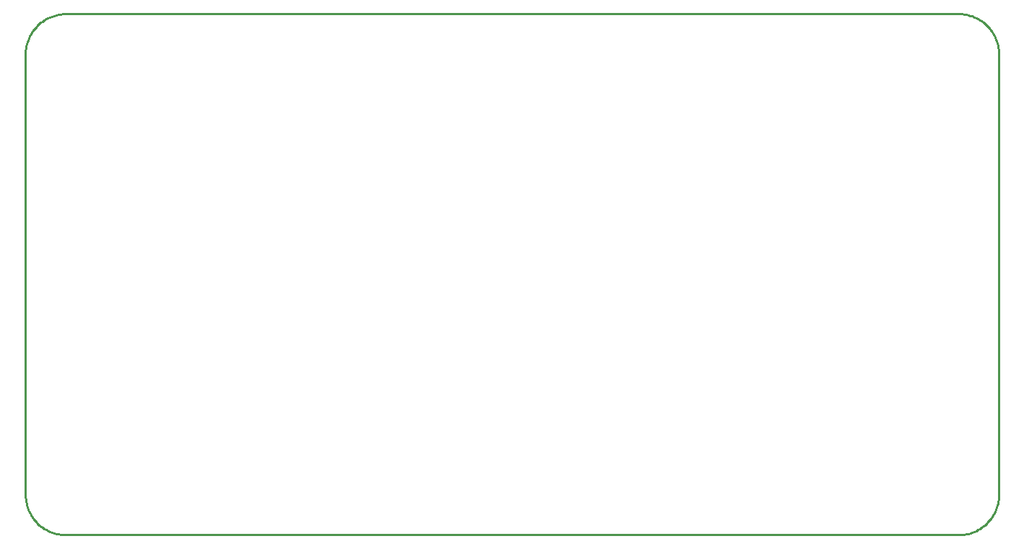
<source format=gm1>
G04*
G04 #@! TF.GenerationSoftware,Altium Limited,Altium Designer,21.1.1 (26)*
G04*
G04 Layer_Color=16711935*
%FSLAX25Y25*%
%MOIN*%
G70*
G04*
G04 #@! TF.SameCoordinates,E57EF3AD-EC9D-4E23-9065-B2E2A4799F1B*
G04*
G04*
G04 #@! TF.FilePolarity,Positive*
G04*
G01*
G75*
%ADD18C,0.01000*%
D18*
X551027Y443500D02*
X551001Y444486D01*
X550922Y445470D01*
X550791Y446448D01*
X550608Y447417D01*
X550374Y448376D01*
X550089Y449320D01*
X549754Y450248D01*
X549370Y451157D01*
X548939Y452045D01*
X548461Y452908D01*
X547937Y453744D01*
X547370Y454551D01*
X546761Y455327D01*
X546111Y456070D01*
X545422Y456776D01*
X544697Y457445D01*
X543938Y458075D01*
X543146Y458663D01*
X542323Y459208D01*
X541473Y459709D01*
X540597Y460164D01*
X539699Y460571D01*
X538780Y460930D01*
X537843Y461240D01*
X536891Y461499D01*
X535927Y461707D01*
X534952Y461864D01*
X533971Y461969D01*
X532986Y462021D01*
X531999Y462020D01*
X120617Y462017D02*
X119609Y462023D01*
X118602Y461974D01*
X117599Y461871D01*
X116604Y461713D01*
X115618Y461501D01*
X114645Y461236D01*
X113688Y460919D01*
X112750Y460550D01*
X111833Y460130D01*
X110941Y459661D01*
X110075Y459144D01*
X109239Y458581D01*
X108434Y457974D01*
X107664Y457323D01*
X106931Y456632D01*
X106236Y455901D01*
X105581Y455134D01*
X104970Y454333D01*
X104403Y453499D01*
X103882Y452636D01*
X103409Y451746D01*
X102985Y450831D01*
X102611Y449895D01*
X102289Y448939D01*
X102020Y447968D01*
X101803Y446983D01*
X101641Y445988D01*
X101533Y444986D01*
X101479Y443979D01*
X101481Y442971D01*
X533029Y220981D02*
X534013Y221035D01*
X534992Y221141D01*
X535964Y221300D01*
X536927Y221510D01*
X537877Y221770D01*
X538812Y222081D01*
X539729Y222442D01*
X540625Y222850D01*
X541499Y223305D01*
X542347Y223807D01*
X543167Y224352D01*
X543958Y224941D01*
X544715Y225570D01*
X545438Y226239D01*
X546125Y226946D01*
X546773Y227688D01*
X547381Y228463D01*
X547946Y229270D01*
X548468Y230105D01*
X548945Y230967D01*
X549375Y231854D01*
X549758Y232761D01*
X550092Y233688D01*
X550376Y234632D01*
X550609Y235589D01*
X550792Y236557D01*
X550922Y237533D01*
X551001Y238515D01*
X551027Y239500D01*
X101473D02*
X101499Y238514D01*
X101578Y237530D01*
X101709Y236552D01*
X101892Y235583D01*
X102126Y234624D01*
X102411Y233680D01*
X102746Y232752D01*
X103129Y231843D01*
X103561Y230955D01*
X104039Y230092D01*
X104563Y229256D01*
X105130Y228449D01*
X105739Y227673D01*
X106389Y226930D01*
X107078Y226224D01*
X107803Y225554D01*
X108562Y224925D01*
X109354Y224337D01*
X110177Y223792D01*
X111027Y223291D01*
X111903Y222836D01*
X112801Y222429D01*
X113720Y222070D01*
X114657Y221760D01*
X115609Y221501D01*
X116573Y221293D01*
X117548Y221136D01*
X118529Y221031D01*
X119514Y220979D01*
X120501Y220980D01*
X120621Y462020D02*
X531999D01*
X551027Y443500D02*
X551027Y239500D01*
X101473D02*
Y442963D01*
X120501Y220981D02*
X533029D01*
M02*

</source>
